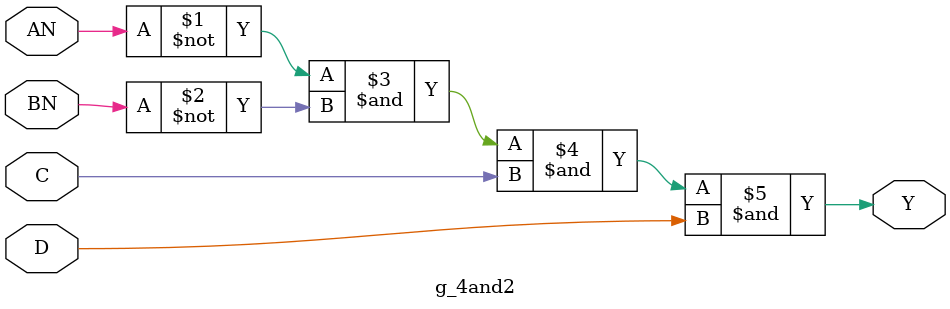
<source format=v>
module g_4and2 (Y, AN, BN, C, D);

   input AN, BN, C, D;
   output Y;

   and (Y, ~AN, ~BN, C, D);

endmodule // g_4and2

</source>
